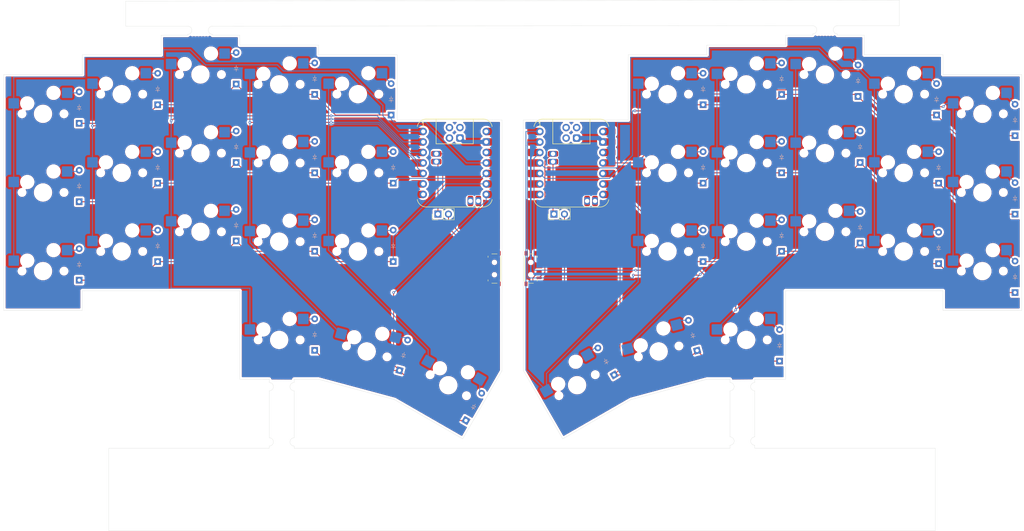
<source format=kicad_pcb>
(kicad_pcb (version 20241229) (generator "pcbnew") (generator_version "9.0")
  (title_block (title "YukiBoard") (date "08/01/2025") (rev "V0.1") (company "Manni"))
  (layers (0 "F.Cu" signal) (2 "B.Cu" signal) (13 "F.Paste" user) (15 "B.Paste" user) (5 "F.SilkS" user "F.Silkscreen") (7 "B.SilkS" user "B.Silkscreen") (1 "F.Mask" user) (3 "B.Mask" user) (25 "Edge.Cuts" user))
  (net 0 "")
  (net 1 "Net-(D1-A)")
  (net 2 "/R0")
  (net 3 "Net-(D2-A)")
  (net 4 "Net-(D3-A)")
  (net 5 "Net-(D4-A)")
  (net 6 "Net-(D5-A)")
  (net 7 "/R1")
  (net 8 "Net-(D6-A)")
  (net 9 "Net-(D7-A)")
  (net 10 "Net-(D8-A)")
  (net 11 "Net-(D9-A)")
  (net 12 "Net-(D10-A)")
  (net 13 "/R2")
  (net 14 "Net-(D11-A)")
  (net 15 "Net-(D12-A)")
  (net 16 "Net-(D13-A)")
  (net 17 "Net-(D14-A)")
  (net 18 "Net-(D15-A)")
  (net 19 "/R3")
  (net 20 "Net-(D16-A)")
  (net 21 "Net-(D17-A)")
  (net 22 "Net-(D18-A)")
  (net 23 "Net-(D20-A)")
  (net 24 "/R0L")
  (net 25 "Net-(D21-A)")
  (net 26 "Net-(D22-A)")
  (net 27 "Net-(D23-A)")
  (net 28 "Net-(D24-A)")
  (net 29 "/R1L")
  (net 30 "Net-(D25-A)")
  (net 31 "Net-(D26-A)")
  (net 32 "Net-(D27-A)")
  (net 33 "Net-(D28-A)")
  (net 34 "Net-(D29-A)")
  (net 35 "/R2L")
  (net 36 "Net-(D30-A)")
  (net 37 "Net-(D31-A)")
  (net 38 "Net-(D32-A)")
  (net 39 "Net-(D33-A)")
  (net 40 "Net-(D34-A)")
  (net 41 "/R3L")
  (net 42 "Net-(D35-A)")
  (net 43 "Net-(D36-A)")
  (net 44 "Net-(D37-A)")
  (net 45 "Net-(J1-Pin_2)")
  (net 46 "/BAT-")
  (net 47 "Net-(J2-Pin_2)")
  (net 48 "/BAT-L")
  (net 49 "/C0")
  (net 50 "/C1")
  (net 51 "/C2")
  (net 52 "/C3")
  (net 53 "/C4")
  (net 54 "/C0L")
  (net 55 "/C1L")
  (net 56 "/C2L")
  (net 57 "/C3L")
  (net 58 "/C4L")
  (net 60 "/BAT+")
  (net 61 "/BAT+L")
  (net 63 "VBUS")
  (net 65 "+3V3")
  (net 69 "GND")
  (net 80 "VBUSL")
  (net 82 "+3V3L")
  (net 83 "GNDL")
  (footprint "PCM_marbastlib-various:mousebites_2mm" (layer "F.Cu") (at 201.771298 138.721464 90)
    (property "Reference" "REF**" (hide yes))
    (property "Value" "mousebites 2mm" (hide yes))
    (fp_arc (start 0 -3) (mid -1 -2) (end -2 -3) (stroke (width 0.05)) (layer "Edge.Cuts"))
    (fp_arc (start -2 3) (mid -1 2) (end 0 3) (stroke (width 0.05)) (layer "Edge.Cuts"))
  )
  (footprint "PCM_marbastlib-xp-promicroish:Xiao_nRF52840_ACH" (layer "F.Cu") (at 160.381298 72.346464)
    (property "Reference" "U2" (hide yes))
    (property "Value" "Seeeduino Xiao nRF52840" (hide yes))
  )
  (footprint "PCM_marbastlib-various:mousebites_2mm" (layer "F.Cu") (at 201.771298 125.531464 90)
    (property "Reference" "REF**" (hide yes))
    (property "Value" "mousebites 2mm" (hide yes))
    (fp_arc (start 0 -3) (mid -1 -2) (end -2 -3) (stroke (width 0.05)) (layer "Edge.Cuts"))
    (fp_arc (start -2 3) (mid -1 2) (end 0 3) (stroke (width 0.05)) (layer "Edge.Cuts"))
  )
  (footprint "PCM_marbastlib-various:mousebites_2mm" (layer "F.Cu") (at 90.271298 140.926465 -90)
    (property "Reference" "REF**" (hide yes))
    (property "Value" "mousebites 2mm" (hide yes))
    (fp_arc (start -2 3) (mid -1 2) (end 0 3) (stroke (width 0.05)) (layer "Edge.Cuts"))
    (fp_arc (start 0 -3) (mid -1 -2) (end -2 -3) (stroke (width 0.05)) (layer "Edge.Cuts"))
  )
  (footprint "ScottoKeebs_Components:Switch_MSK12C02" (layer "F.Cu") (at 150.561298 97.926464 90)
    (property "Reference" "SW40" (hide yes))
    (property "Value" "SW_SPDT" (hide yes))
  )
  (footprint "PCM_marbastlib-various:mousebites_2mm" (layer "F.Cu") (at 70.521298 41.193964 -90)
    (property "Reference" "REF**" (hide yes))
    (property "Value" "mousebites 2mm" (hide yes))
    (fp_arc (start -2 3) (mid -1 2) (end 0 3) (stroke (width 0.05)) (layer "Edge.Cuts"))
    (fp_arc (start 0 -3) (mid -1 -2) (end -2 -3) (stroke (width 0.05)) (layer "Edge.Cuts"))
  )
  (footprint "PCM_marbastlib-various:mousebites_2mm" (layer "F.Cu") (at 221.771298 41.093964 -90)
    (property "Reference" "REF**" (hide yes))
    (property "Value" "mousebites 2mm" (hide yes))
    (fp_arc (start -2 3) (mid -1 2) (end 0 3) (stroke (width 0.05)) (layer "Edge.Cuts"))
    (fp_arc (start 0 -3) (mid -1 -2) (end -2 -3) (stroke (width 0.05)) (layer "Edge.Cuts"))
  )
  (footprint "Connector_PinHeader_2.54mm:PinHeader_1x02_P2.54mm_Vertical" (layer "F.Cu") (at 156.161298 84.726464 90)
    (property "Reference" "J2" (hide yes))
    (property "Value" "Conn_01x02" (hide yes))
  )
  (footprint "PCM_marbastlib-various:mousebites_2mm" (layer "F.Cu") (at 90.271298 125.531464 90)
    (property "Reference" "REF**" (hide yes))
    (property "Value" "mousebites 2mm" (hide yes))
    (fp_arc (start 0 -3) (mid -1 -2) (end -2 -3) (stroke (width 0.05)) (layer "Edge.Cuts"))
    (fp_arc (start -2 3) (mid -1 2) (end 0 3) (stroke (width 0.05)) (layer "Edge.Cuts"))
  )
  (footprint "ScottoKeebs_Components:Switch_MSK12C02" (layer "F.Cu") (at 141.761298 97.926464 -90)
    (property "Reference" "SW39" (hide yes))
    (property "Value" "SW_SPDT" (hide yes))
  )
  (footprint "PCM_marbastlib-xp-promicroish:Xiao_nRF52840_ACH" (layer "F.Cu") (at 132.141298 72.336464)
    (property "Reference" "U1" (hide yes))
    (property "Value" "Seeeduino Xiao nRF52840" (hide yes))
  )
  (footprint "Connector_PinHeader_2.54mm:PinHeader_1x02_P2.54mm_Vertical" (layer "F.Cu") (at 128.086298 84.726464 90)
    (property "Reference" "J1" (hide yes))
    (property "Value" "Conn_01x02" (hide yes))
  )
  (footprint "ScottoKeebs_Components:Diode_DO-35" (layer "B.Cu") (at 79.261298 72.236464 90)
    (property "Reference" "D8" (hide yes))
    (property "Value" "D" (hide yes))
  )
  (footprint "MX_Hotswap:MX-Hotswap-1U" (layer "B.Cu") (at 70.606297 89.018964 180)
    (property "Reference" "SW13")
    (property "Value" "SW_Push_45deg")
  )
  (footprint "ScottoKeebs_Components:Diode_DO-35" (layer "B.Cu") (at 98.261298 93.736464 90)
    (property "Reference" "D14" (hide yes))
    (property "Value" "D" (hide yes))
  )
  (footprint "ScottoKeebs_Components:Diode_DO-35" (layer "B.Cu") (at 211.261298 74.736464 90)
    (property "Reference" "D26" (hide yes))
    (property "Value" "D" (hide yes))
  )
  (footprint "ScottoKeebs_Components:Diode_DO-35" (layer "B.Cu") (at 79.261298 53.236464 90)
    (property "Reference" "D3" (hide yes))
    (property "Value" "D" (hide yes))
  )
  (footprint "MX_Hotswap:MX-Hotswap-1U" (layer "B.Cu") (at 202.696298 91.400214 180)
    (property "Reference" "SW31" (hide yes))
    (property "Value" "SW_Push_45deg" (hide yes))
  )
  (footprint "ScottoKeebs_Components:Diode_DO-35" (layer "B.Cu") (at 248.761298 60.736464 90)
    (property "Reference" "D23" (hide yes))
    (property "Value" "D" (hide yes))
  )
  (footprint "ScottoKeebs_Components:Diode_DO-35" (layer "B.Cu") (at 98.261298 117.736464 90)
    (property "Reference" "D16" (hide yes))
    (property "Value" "D" (hide yes))
  )
  (footprint "MX_Hotswap:MX-Hotswap-1U" (layer "B.Cu") (at 259.846298 79.493964 180)
    (property "Reference" "SW29" (hide yes))
    (property "Value" "SW_Push_45deg" (hide yes))
  )
  (footprint "MX_Hotswap:MX-Hotswap-1U" (layer "B.Cu") (at 221.746298 69.968964 180)
    (property "Reference" "SW27" (hide yes))
    (property "Value" "SW_Push_45deg" (hide yes))
  )
  (footprint "MX_Hotswap:MX-Hotswap-1U" (layer "B.Cu") (at 202.696298 115.212714 180)
    (property "Reference" "SW37" (hide yes))
    (property "Value" "SW_Push_45deg" (hide yes))
  )
  (footprint "MX_Hotswap:MX-Hotswap-1U" (layer "B.Cu") (at 108.706297 74.731464 180)
    (property "Reference" "SW10")
    (property "Value" "SW_Push_45deg")
  )
  (footprint "MX_Hotswap:MX-Hotswap-1U" (layer "B.Cu") (at 89.656297 53.300214 180)
    (property "Reference" "SW4")
    (property "Value" "SW_Push_45deg")
  )
  (footprint "ScottoKeebs_Components:Diode_DO-35" (layer "B.Cu") (at 192.261298 77.236464 90)
    (property "Reference" "D25" (hide yes))
    (property "Value" "D" (hide yes))
  )
  (footprint "ScottoKeebs_Components:Diode_DO-35" (layer "B.Cu") (at 211.261298 93.736464 90)
    (property "Reference" "D31" (hide yes))
    (property "Value" "D" (hide yes))
  )
  (footprint "ScottoKeebs_Components:Diode_DO-35" (layer "B.Cu") (at 41.261298 62.736464 90)
    (property "Reference" "D1" (hide yes))
    (property "Value" "D" (hide yes))
  )
  (footprint "MX_Hotswap:MX-Hotswap-1U" (layer "B.Cu") (at 70.606297 69.968964 180)
    (property "Reference" "SW8")
    (property "Value" "SW_Push_45deg")
  )
  (footprint "ScottoKeebs_Components:Diode_DO-35" (layer "B.Cu") (at 249.261298 77.236464 90)
    (property "Reference" "D28" (hide yes))
    (property "Value" "D" (hide yes))
  )
  (footprint "MX_Hotswap:MX-Hotswap-1U" (layer "B.Cu") (at 221.746298 89.018964 180)
    (property "Reference" "SW32" (hide yes))
    (property "Value" "SW_Push_45deg" (hide yes))
  )
  (footprint "MX_Hotswap:MX-Hotswap-1U" (layer "B.Cu") (at 108.706297 93.781464 180)
    (property "Reference" "SW15")
    (property "Value" "SW_Push_45deg")
  )
  (footprint "MX_Hotswap:MX-Hotswap-1U" (layer "B.Cu") (at 51.556297 74.731464 180)
    (property "Reference" "SW7")
    (property "Value" "SW_Push_45deg")
  )
  (footprint "ScottoKeebs_Components:Diode_DO-35" (layer "B.Cu") (at 230.261298 91.736464 90)
    (property "Reference" "D32" (hide yes))
    (property "Value" "D" (hide yes))
  )
  (footprint "MX_Hotswap:MX-Hotswap-1U" (layer "B.Cu") (at 202.696298 53.300214 180)
    (property "Reference" "SW21" (hide yes))
    (property "Value" "SW_Push_45deg")
  )
  (footprint "ScottoKeebs_Components:Diode_DO-35" (layer "B.Cu") (at 98.261298 55.736464 90)
    (property "Reference" "D4" (hide yes))
    (property "Value" "D" (hide yes))
  )
  (footprint "MX_Hotswap:MX-Hotswap-1U" (layer "B.Cu") (at 240.796298 74.731464 180)
    (property "Reference" "SW28" (hide yes))
    (property "Value" "SW_Push_45deg" (hide yes))
  )
  (footprint "ScottoKeebs_Components:Diode_DO-35" (layer "B.Cu") (at 118.775198 122.606643 75)
    (property "Reference" "D17" (hide yes))
    (property "Value" "D" (hide yes))
  )
  (footprint "MX_Hotswap:MX-Hotswap-1U" (layer "B.Cu") (at 183.646298 74.731464 180)
    (property "Reference" "SW25" (hide yes))
    (property "Value" "SW_Push_45deg" (hide yes))
  )
  (footprint "ScottoKeebs_Components:Diode_DO-35" (layer "B.Cu") (at 79.261298 91.236464 90)
    (property "Reference" "D13" (hide yes))
    (property "Value" "D" (hide yes))
  )
  (footprint "MX_Hotswap:MX-Hotswap-1U" (layer "B.Cu") (at 202.696298 72.350214 180)
    (property "Reference" "SW26" (hide yes))
    (property "Value" "SW_Push_45deg" (hide yes))
  )
  (footprint "MX_Hotswap:MX-Hotswap-1U" (layer "B.Cu") (at 259.846298 98.543964 180)
    (property "Reference" "SW34" (hide yes))
    (property "Value" "SW_Push_45deg" (hide yes))
  )
  (footprint "ScottoKeebs_Components:Diode_DO-35" (layer "B.Cu") (at 170.723594 123.692274 121)
    (property "Reference" "D35" (hide yes))
    (property "Value" "D" (hide yes))
  )
  (footprint "ScottoKeebs_Components:Diode_DO-35" (layer "B.Cu") (at 117.261298 77.236464 90)
    (property "Reference" "D10" (hide yes))
    (property "Value" "D" (hide yes))
  )
  (footprint "ScottoKeebs_Components:Diode_DO-35" (layer "B.Cu") (at 229.761298 56.236464 90)
    (property "Reference" "D22" (hide yes))
    (property "Value" "D" (hide yes))
  )
  (footprint "ScottoKeebs_Components:Diode_DO-35" (layer "B.Cu") (at 60.261298 58.236464 90)
    (property "Reference" "D2" (hide yes))
    (property "Value" "D" (hide yes))
  )
  (footprint "ScottoKeebs_Components:Diode_DO-35" (layer "B.Cu") (at 190.811476 117.788873 106)
    (property "Reference" "D36" (hide yes))
    (property "Value" "D" (hide yes))
  )
  (footprint "MX_Hotswap:MX-Hotswap-1U" (layer "B.Cu") (at 51.556297 55.681464 180)
    (property "Reference" "SW2")
    (property "Value" "SW_Push_45deg")
  )
  (footprint "MX_Hotswap:MX-Hotswap-1U" (layer "B.Cu") (at 32.506297 98.543964 180)
    (property "Reference" "SW11")
    (property "Value" "SW_Push_45deg")
  )
  (footprint "MX_Hotswap:MX-Hotswap-1U" (layer "B.Cu") (at 110.846993 118.002522 165)
    (property "Reference" "SW17")
    (property "Value" "SW_Push_45deg")
  )
  (footprint "MX_Hotswap:MX-Hotswap-1U" (layer "B.Cu") (at 221.746298 50.918964 180)
    (property "Reference" "SW22" (hide yes))
    (property "Value" "SW_Push_45deg")
  )
  (footprint "ScottoKeebs_Components:Diode_DO-35" (layer "B.Cu") (at 60.261298 96.236464 90)
    (property "Reference" "D12" (hide yes))
    (property "Value" "D" (hide yes))
  )
  (footprint "ScottoKeebs_Components:Diode_DO-35" (layer "B.Cu") (at 60.261298 77.236464 90)
    (property "Reference" "D7" (hide yes))
    (property "Value" "D" (hide yes))
  )
  (footprint "ScottoKeebs_Components:Diode_DO-35" (layer "B.Cu") (at 211.261298 55.736464 90)
    (property "Reference" "D21" (hide yes))
    (property "Value" "D" (hide yes))
  )
  (footprint "ScottoKeebs_Components:Diode_DO-35" (layer "B.Cu") (at 267.761298 65.736464 90)
    (property "Reference" "D24" (hide yes))
    (property "Value" "D" (hide yes))
  )
  (footprint "MX_Hotswap:MX-Hotswap-1U" (layer "B.Cu") (at 130.590502 126.191654 150)
    (property "Reference" "SW18")
    (property "Value" "SW_Push_45deg")
  )
  (footprint "ScottoKeebs_Components:Diode_DO-35" (layer "B.Cu") (at 134.856298 134.726019 60)
    (property "Reference" "D18" (hide yes))
    (property "Value" "D" (hide yes))
  )
  (footprint "ScottoKeebs_Components:Diode_DO-35" (layer "B.Cu") (at 41.261298 100.736464 90)
    (property "Reference" "D11" (hide yes))
    (property "Value" "D" (hide yes))
  )
  (footprint "MX_Hotswap:MX-Hotswap-1U" (layer "B.Cu") (at 161.761903 126.17773 -150)
    (property "Reference" "SW35")
    (property "Value" "SW_Push_45deg")
  )
  (footprint "ScottoKeebs_Components:Diode_DO-35" (layer "B.Cu") (at 249.261298 96.736464 90)
    (property "Reference" "D33" (hide yes))
    (property "Value" "D" (hide yes))
  )
  (footprint "MX_Hotswap:MX-Hotswap-1U" (layer "B.Cu") (at 240.796298 55.681464 180)
    (property "Reference" "SW23" (hide yes))
    (property "Value" "SW_Push_45deg")
  )
  (footprint "MX_Hotswap:MX-Hotswap-1U" (layer "B.Cu") (at 181.505602 118.002522 -165)
    (property "Reference" "SW36" (hide yes))
    (property "Value" "SW_Push_45deg" (hide yes))
  )
  (footprint "MX_Hotswap:MX-Hotswap-1U" (layer "B.Cu") (at 259.846298 60.443964 180)
    (property "Reference" "SW24" (hide yes))
    (property "Value" "SW_Push_45deg")
  )
  (footprint "MX_Hotswap:MX-Hotswap-1U" (layer "B.Cu") (at 89.656297 72.350214 180)
    (property "Reference" "SW9")
    (property "Value" "SW_Push_45deg")
  )
  (footprint "MX_Hotswap:MX-Hotswap-1U" (layer "B.Cu") (at 32.506297 79.493964 180)
    (property "Reference" "SW6")
    (property "Value" "SW_Push_45deg")
  )
  (footprint "MX_Hotswap:MX-Hotswap-1U" (layer "B.Cu") (at 240.796298 93.781464 180)
    (property "Reference" "SW33" (hide yes))
    (property "Value" "SW_Push_45deg" (hide yes))
  )
  (footprint "ScottoKeebs_Components:Diode_DO-35" (layer "B.Cu") (at 230.261298 72.236464 90)
    (property "Reference" "D27" (hide yes))
    (property "Value" "D" (hide yes))
  )
  (footprint "MX_Hotswap:MX-Hotswap-1U" (layer "B.Cu") (at 89.656297 115.212714 180)
    (property "Reference" "SW16")
    (property "Value" "SW_Push_45deg")
  )
  (footprint "ScottoKeebs_Components:Diode_DO-35" (layer "B.Cu") (at 267.761298 103.736464 90)
    (property "Reference" "D34" (hide yes))
    (property "Value" "D" (hide yes))
  )
  (footprint "ScottoKeebs_Components:Diode_DO-35" (layer "B.Cu") (at 116.761298 60.736464 90)
    (property "Reference" "D5" (hide yes))
    (property "Value" "D" (hide yes))
  )
  (footprint "MX_Hotswap:MX-Hotswap-1U" (layer "B.Cu") (at 108.706297 55.681464 180)
    (property "Reference" "SW5")
    (property "Value" "SW_Push_45deg")
  )
  (footprint "ScottoKeebs_Components:Diode_DO-35" (layer "B.Cu") (at 192.261298 58.236464 90)
    (property "Reference" "D20" (hide yes))
    (property "Value" "D" (hide yes))
  )
  (footprint "ScottoKeebs_Components:Diode_DO-35" (layer "B.Cu") (at 267.761298 84.736464 90)
    (property "Reference" "D29" (hide yes))
    (property "Value" "D" (hide yes))
  )
  (footprint "ScottoKeebs_Components:Diode_DO-35" (layer "B.Cu") (at 41.261298 81.736464 90)
    (property "Reference" "D6" (hide yes))
    (property "Value" "D" (hide yes))
  )
  (footprint "MX_Hotswap:MX-Hotswap-1U" (layer "B.Cu") (at 51.556297 93.781464 180)
    (property "Reference" "SW12")
    (property "Value" "SW_Push_45deg")
  )
  (footprint "MX_Hotswap:MX-Hotswap-1U" (layer "B.Cu") (at 89.656297 91.400214 180)
    (property "Reference" "SW14")
    (property "Value" "SW_Push_45deg")
  )
  (footprint "ScottoKeebs_Components:Diode_DO-35" (layer "B.Cu") (at 98.261298 74.736464 90)
    (property "Reference" "D9" (hide yes))
    (property "Value" "D" (hide yes))
  )
  (footprint "MX_Hotswap:MX-Hotswap-1U" (layer "B.Cu") (at 183.646298 93.781464 180)
    (property "Reference" "SW30" (hide yes))
    (property "Value" "SW_Push_45deg" (hide yes))
  )
  (footprint "MX_Hotswap:MX-Hotswap-1U" (layer "B.Cu") (at 70.606297 50.918964 180)
    (property "Reference" "SW3")
    (property "Value" "SW_Push_45deg")
  )
  (footprint "MX_Hotswap:MX-Hotswap-1U" (layer "B.Cu") (at 183.646298 55.681464 180)
    (property "Reference" "SW20")
    (property "Value" "SW_Push_45deg")
  )
  (footprint "MX_Hotswap:MX-Hotswap-1U" (layer "B.Cu") (at 32.506297 60.443964 180)
    (property "Reference" "SW1")
    (property "Value" "SW_Push_45deg")
  )
  (footprint "ScottoKeebs_Components:Diode_DO-35" (layer "B.Cu") (at 117.261298 96.236464 90)
    (property "Reference" "D15" (hide yes))
    (property "Value" "D" (hide yes))
  )
  (footprint "ScottoKeebs_Components:Diode_DO-35" (layer "B.Cu") (at 210.761299 120.336464 90)
    (property "Reference" "D37" (hide yes))
    (property "Value" "D" (hide yes))
  )
  (footprint "ScottoKeebs_Components:Diode_DO-35" (layer "B.Cu") (at 192.261298 96.236464 90)
    (property "Reference" "D30" (hide yes))
    (property "Value" "D" (hide yes))
  )
  (gr_line (start 248.431298 161.433964) (end 48.431298 161.433964) (stroke (width 0.05)) (layer "Edge.Cuts"))
  (gr_line (start 212.221298 41.393964) (end 212.221298 43.775214) (stroke (width 0.05)) (layer "Edge.Cuts"))
  (gr_line (start 87.271298 138.926466) (end 87.271298 127.531464) (stroke (width 0.05)) (layer "Edge.Cuts"))
  (gr_line (start 193.171298 43.775214) (end 193.171298 46.156464) (stroke (width 0.05)) (layer "Edge.Cuts"))
  (gr_line (start 137.969106 61.920214) (end 118.231297 61.920214) (stroke (width 0.05)) (layer "Edge.Cuts"))
  (gr_line (start 198.771298 124.743964) (end 193.171298 124.737714) (stroke (width 0.05)) (layer "Edge.Cuts"))
  (gr_line (start 93.2713 127.531464) (end 93.271298 138.926465) (stroke (width 0.05)) (layer "Edge.Cuts"))
  (gr_line (start 48.431298 141.433964) (end 86.931298 141.433964) (stroke (width 0.05)) (layer "Edge.Cuts"))
  (gr_line (start 212.221298 43.775214) (end 193.171298 43.775214) (stroke (width 0.05)) (layer "Edge.Cuts"))
  (gr_line (start 239.771298 32.893964) (end 52.521298 33.143964) (stroke (width 0.05)) (layer "Edge.Cuts"))
  (gr_line (start 80.131297 41.393964) (end 80.131297 43.775214) (stroke (width 0.05)) (layer "Edge.Cuts"))
  (gr_line (start 218.771298 41.393964) (end 218.771298 41.093964) (stroke (width 0.05)) (layer "Edge.Cuts"))
  (gr_line (start 204.7713 127.531464) (end 204.771298 138.721537) (stroke (width 0.05)) (layer "Edge.Cuts"))
  (gr_line (start 118.231297 46.156464) (end 118.231297 61.920214) (stroke (width 0.05)) (layer "Edge.Cuts"))
  (gr_line (start 87.271298 141.433964) (end 86.931298 141.433964) (stroke (width 0.05)) (layer "Edge.Cuts"))
  (gr_line (start 67.5213 39.193964) (end 52.521298 39.193964) (stroke (width 0.05)) (layer "Edge.Cuts"))
  (gr_line (start 42.031297 50.918964) (end 42.031297 46.156464) (stroke (width 0.05)) (layer "Edge.Cuts"))
  (gr_line (start 151.121298 61.920214) (end 148.761297 61.920214) (stroke (width 0.05)) (layer "Edge.Cuts"))
  (gr_line (start 239.771298 39.093964) (end 239.771298 32.893964) (stroke (width 0.05)) (layer "Edge.Cuts"))
  (gr_line (start 224.771298 41.393964) (end 231.271298 41.393964) (stroke (width 0.05)) (layer "Edge.Cuts"))
  (gr_line (start 224.771298 41.393964) (end 224.771298 41.093963) (stroke (width 0.05)) (layer "Edge.Cuts"))
  (gr_line (start 198.771298 138.721464) (end 198.771298 127.531535) (stroke (width 0.05)) (layer "Edge.Cuts"))
  (gr_line (start 99.181297 43.775214) (end 99.181297 46.156464) (stroke (width 0.05)) (layer "Edge.Cuts"))
  (gr_line (start 134.079107 139.178045) (end 117.579107 129.678045) (stroke (width 0.05)) (layer "Edge.Cuts"))
  (gr_line (start 158.273488 139.178045) (end 174.773488 129.678045) (stroke (width 0.05)) (layer "Edge.Cuts"))
  (gr_line (start 193.171298 46.156464) (end 174.121298 46.156464) (stroke (width 0.05)) (layer "Edge.Cuts"))
  (gr_line (start 137.969106 61.920214) (end 141.231297 61.920214) (stroke (width 0.05)) (layer "Edge.Cuts"))
  (gr_line (start 73.521298 41.393964) (end 80.131297 41.393964) (stroke (width 0.05)) (layer "Edge.Cuts"))
  (gr_line (start 174.121298 46.156464) (end 174.121298 61.920214) (stroke (width 0.05)) (layer "Edge.Cuts"))
  (gr_line (start 143.579107 122.678045) (end 143.591297 61.926464) (stroke (width 0.05)) (layer "Edge.Cuts"))
  (gr_line (start 73.5213 41.193964) (end 73.521298 41.393964) (stroke (width 0.05)) (layer "Edge.Cuts"))
  (gr_line (start 99.181297 46.156464) (end 118.231297 46.156464) (stroke (width 0.05)) (layer "Edge.Cuts"))
  (gr_line (start 269.371298 50.918964) (end 250.321298 50.918964) (stroke (width 0.05)) (layer "Edge.Cuts"))
  (gr_line (start 117.579107 129.678045) (end 99.181297 124.737714) (stroke (width 0.05)) (layer "Edge.Cuts"))
  (gr_line (start 174.773488 129.678045) (end 193.171298 124.737714) (stroke (width 0.05)) (layer "Edge.Cuts"))
  (gr_line (start 73.521298 39.194037) (end 218.771298 39.093965) (stroke (width 0.05)) (layer "Edge.Cuts"))
  (gr_line (start 204.771298 124.743964) (end 212.221298 124.737714) (stroke (width 0.05)) (layer "Edge.Cuts"))
  (gr_line (start 154.383489 61.920214) (end 151.121298 61.920214) (stroke (width 0.05)) (layer "Edge.Cuts"))
  (gr_line (start 231.271298 103.306464) (end 212.221298 103.306464) (stroke (width 0.05)) (layer "Edge.Cuts"))
  (gr_line (start 198.771298 140.721535) (end 198.771298 141.433964) (stroke (width 0.05)) (layer "Edge.Cuts"))
  (gr_line (start 93.271298 125.531464) (end 93.271298 124.743964) (stroke (width 0.05)) (layer "Edge.Cuts"))
  (gr_line (start 61.081297 103.306464) (end 80.131297 103.306464) (stroke (width 0.05)) (layer "Edge.Cuts"))
  (gr_line (start 212.221298 124.737714) (end 212.221298 103.306464) (stroke (width 0.05)) (layer "Edge.Cuts"))
  (gr_line (start 198.771298 141.433964) (end 93.271298 141.433964) (stroke (width 0.05)) (layer "Edge.Cuts"))
  (gr_line (start 93.271298 124.743964) (end 99.181297 124.737714) (stroke (width 0.05)) (layer "Edge.Cuts"))
  (gr_line (start 141.231297 61.920214) (end 143.591298 61.920214) (stroke (width 0.05)) (layer "Edge.Cuts"))
  (gr_line (start 148.773488 122.678045) (end 158.273488 139.178045) (stroke (width 0.05)) (layer "Edge.Cuts"))
  (gr_line (start 248.431298 141.433964) (end 204.771298 141.433964) (stroke (width 0.05)) (layer "Edge.Cuts"))
  (gr_line (start 250.321298 103.306464) (end 250.321298 108.068964) (stroke (width 0.05)) (layer "Edge.Cuts"))
  (gr_line (start 87.271298 124.743964) (end 80.131297 124.737714) (stroke (width 0.05)) (layer "Edge.Cuts"))
  (gr_line (start 80.131297 124.737714) (end 80.131297 103.306464) (stroke (width 0.05)) (layer "Edge.Cuts"))
  (gr_line (start 204.771298 125.531464) (end 204.771298 124.743964) (stroke (width 0.05)) (layer "Edge.Cuts"))
  (gr_line (start 248.431298 161.433964) (end 248.431298 141.433964) (stroke (width 0.05)) (layer "Edge.Cuts"))
  (gr_line (start 61.081297 41.393964) (end 67.521298 41.393964) (stroke (width 0.05)) (layer "Edge.Cuts"))
  (gr_line (start 218.771298 41.393964) (end 212.221298 41.393964) (stroke (width 0.05)) (layer "Edge.Cuts"))
  (gr_line (start 80.131297 43.775214) (end 99.181297 43.775214) (stroke (width 0.05)) (layer "Edge.Cuts"))
  (gr_line (start 231.271298 46.156464) (end 231.271298 41.393964) (stroke (width 0.05)) (layer "Edge.Cuts"))
  (gr_line (start 250.321298 50.918964) (end 250.321298 46.156464) (stroke (width 0.05)) (layer "Edge.Cuts"))
  (gr_line (start 42.031297 103.306464) (end 42.031297 108.068964) (stroke (width 0.05)) (layer "Edge.Cuts"))
  (gr_line (start 154.383489 61.920214) (end 174.121298 61.920214) (stroke (width 0.05)) (layer "Edge.Cuts"))
  (gr_line (start 148.773488 122.678045) (end 148.761298 61.926464) (stroke (width 0.05)) (layer "Edge.Cuts"))
  (gr_line (start 204.771298 140.721463) (end 204.771298 141.433964) (stroke (width 0.05)) (layer "Edge.Cuts"))
  (gr_line (start 87.2713 125.531464) (end 87.271298 124.743964) (stroke (width 0.05)) (layer "Edge.Cuts"))
  (gr_line (start 48.431298 161.433964) (end 48.431298 141.433964) (stroke (width 0.05)) (layer "Edge.Cuts"))
  (gr_line (start 250.321298 46.156464) (end 231.271298 46.156464) (stroke (width 0.05)) (layer "Edge.Cuts"))
  (gr_line (start 93.2713 140.926465) (end 93.271298 141.433964) (stroke (width 0.05)) (layer "Edge.Cuts"))
  (gr_line (start 42.031297 108.068964) (end 22.981297 108.068964) (stroke (width 0.05)) (layer "Edge.Cuts"))
  (gr_line (start 42.031297 46.156464) (end 61.081297 46.156464) (stroke (width 0.05)) (layer "Edge.Cuts"))
  (gr_line (start 52.521298 39.193964) (end 52.521298 33.143964) (stroke (width 0.05)) (layer "Edge.Cuts"))
  (gr_line (start 87.271298 140.926465) (end 87.271298 141.433964) (stroke (width 0.05)) (layer "Edge.Cuts"))
  (gr_line (start 61.081297 103.306464) (end 42.031297 103.306464) (stroke (width 0.05)) (layer "Edge.Cuts"))
  (gr_line (start 224.771298 39.094037) (end 239.771298 39.093964) (stroke (width 0.05)) (layer "Edge.Cuts"))
  (gr_line (start 61.081297 46.156464) (end 61.081297 41.393964) (stroke (width 0.05)) (layer "Edge.Cuts"))
  (gr_line (start 231.271298 103.306464) (end 250.321298 103.306464) (stroke (width 0.05)) (layer "Edge.Cuts"))
  (gr_line (start 22.981297 108.068964) (end 22.981297 50.918964) (stroke (width 0.05)) (layer "Edge.Cuts"))
  (gr_line (start 250.321298 108.068964) (end 269.371298 108.068964) (stroke (width 0.05)) (layer "Edge.Cuts"))
  (gr_line (start 269.371298 108.068964) (end 269.371298 50.918964) (stroke (width 0.05)) (layer "Edge.Cuts"))
  (gr_line (start 67.521298 41.193964) (end 67.521298 41.393964) (stroke (width 0.05)) (layer "Edge.Cuts"))
  (gr_line (start 143.579107 122.678045) (end 134.079107 139.178045) (stroke (width 0.05)) (layer "Edge.Cuts"))
  (gr_line (start 198.771298 125.531464) (end 198.771298 124.743964) (stroke (width 0.05)) (layer "Edge.Cuts"))
  (gr_line (start 22.981297 50.918964) (end 42.031297 50.918964) (stroke (width 0.05)) (layer "Edge.Cuts"))
  (segment (start 41.013798 55.363964) (end 41.261298 55.116464) (width 0.2) (layer "B.Cu") (net 1))
  (segment (start 38.348297 55.363964) (end 41.013798 55.363964) (width 0.2) (layer "B.Cu") (net 1))
  (segment (start 74.261298 58.236464) (end 79.261298 53.236464) (width 0.2) (layer "F.Cu") (net 2))
  (segment (start 81.761298 55.736464) (end 98.261298 55.736464) (width 0.2) (layer "F.Cu") (net 2))
  (segment (start 60.261298 58.236464) (end 74.261298 58.236464) (width 0.2) (layer "F.Cu") (net 2))
  (segment (start 103.261298 60.736464) (end 116.761298 60.736464) (width 0.2) (layer "F.Cu") (net 2))
  (segment (start 79.261298 53.236464) (end 81.761298 55.736464) (width 0.2) (layer "F.Cu") (net 2))
  (segment (start 41.261298 62.736464) (end 55.761298 62.736464) (width 0.2) (layer "F.Cu") (net 2))
  (segment (start 55.761298 62.736464) (end 60.261298 58.236464) (width 0.2) (layer "F.Cu") (net 2))
  (segment (start 98.261298 55.736464) (end 103.261298 60.736464) (width 0.2) (layer "F.Cu") (net 2))
  (segment (start 134.971298 72.336464) (end 125.156048 62.521214) (width 0.2) (layer "B.Cu") (net 2))
  (segment (start 139.761298 72.336464) (end 134.971298 72.336464) (width 0.2) (layer "B.Cu") (net 2))
  (segment (start 116.761298 61.736464) (end 116.761298 60.736464) (width 0.2) (layer "B.Cu") (net 2))
  (segment (start 117.546048 62.521214) (end 116.761298 61.736464) (width 0.2) (layer "B.Cu") (net 2))
  (segment (start 125.156048 62.521214) (end 117.546048 62.521214) (width 0.2) (layer "B.Cu") (net 2))
  (segment (start 60.246298 50.601464) (end 60.261298 50.616464) (width 0.2) (layer "B.Cu") (net 3))
  (segment (start 57.398297 50.601464) (end 60.246298 50.601464) (width 0.2) (layer "B.Cu") (net 3))
  (segment (start 76.448297 45.838964) (end 79.038798 45.838964) (width 0.2) (layer "B.Cu") (net 4))
  (segment (start 79.038798 45.838964) (end 79.261298 45.616464) (width 0.2) (layer "B.Cu") (net 4))
  (segment (start 95.498297 48.220214) (end 98.157548 48.220214) (width 0.2) (layer "B.Cu") (net 5))
  (segment (start 98.157548 48.220214) (end 98.261298 48.116464) (width 0.2) (layer "B.Cu") (net 5))
  (segment (start 114.548297 50.903463) (end 116.761298 53.116464) (width 0.2) (layer "B.Cu") (net 6))
  (segment (start 114.548297 50.601464) (end 114.548297 50.903463) (width 0.2) (layer "B.Cu") (net 6))
  (segment (start 79.261298 72.236464) (end 81.761298 74.736464) (width 0.2) (layer "F.Cu") (net 7))
  (segment (start 100.761298 77.236464) (end 117.261298 77.236464) (width 0.2) (layer "F.Cu") (net 7))
  (segment (start 98.261298 74.736464) (end 100.761298 77.236464) (width 0.2) (layer "F.Cu") (net 7))
  (segment (start 55.761298 81.736464) (end 60.261298 77.236464) (width 0.2) (layer "F.Cu") (net 7))
  (segment (start 60.261298 77.236464) (end 74.261298 77.236464) (width 0.2) (layer "F.Cu") (net 7))
  (segment (start 41.261298 81.736464) (end 55.761298 81.736464) (width 0.2) (layer "F.Cu") (net 7))
  (segment (start 74.261298 77.236464) (end 79.261298 72.236464) (width 0.2) (layer "F.Cu") (net 7))
  (segment (start 81.761298 74.736464) (end 98.261298 74.736464) (width 0.2) (layer "F.Cu") (net 7))
  (segment (start 139.761298 74.876464) (end 138.560298 76.077464) (width 0.2) (layer "B.Cu") (net 7))
  (segment (start 138.560298 76.077464) (end 118.420298 76.077464) (width 0.2) (layer "B.Cu") (net 7))
  (segment (start 118.420298 76.077464) (end 117.261298 77.236464) (width 0.2) (layer "B.Cu") (net 7))
  (segment (start 38.348297 74.413964) (end 40.963798 74.413964) (width 0.2) (layer "B.Cu") (net 8))
  (segment (start 40.963798 74.413964) (end 41.261298 74.116464) (width 0.2) (layer "B.Cu") (net 8))
  (segment (start 60.226298 69.651464) (end 60.261298 69.616464) (width 0.2) (layer "B.Cu") (net 9))
  (segment (start 57.398297 69.651464) (end 60.226298 69.651464) (width 0.2) (layer "B.Cu") (net 9))
  (segment (start 78.988798 64.888964) (end 79.261298 64.616464) (width 0.2) (layer "B.Cu") (net 10))
  (segment (start 76.448297 64.888964) (end 78.988798 64.888964) (width 0.2) (layer "B.Cu") (net 10))
  (segment (start 98.107548 67.270214) (end 98.261298 67.116464) (width 0.2) (layer "B.Cu") (net 11))
  (segment (start 95.498297 67.270214) (end 98.107548 67.270214) (width 0.2) (layer "B.Cu") (net 11))
  (segment (start 117.226298 69.651464) (end 117.261298 69.616464) (width 0.2) (layer "B.Cu") (net 12))
  (segment (start 114.548297 69.651464) (end 117.226298 69.651464) (width 0.2) (layer "B.Cu") (net 12))
  (segment (start 74.261298 96.236464) (end 79.261298 91.236464) (width 0.2) (layer "F.Cu") (net 13))
  (segment (start 98.261298 93.736464) (end 98.252648 93.745114) (width 0.2) (layer "F.Cu") (net 13))
  (segment (start 60.261298 96.236464) (end 74.261298 96.236464) (width 0.2) (layer "F.Cu") (net 13))
  (segment (start 98.252648 93.745114) (end 81.769948 93.745114) (width 0.2) (layer "F.Cu") (net 13))
  (segment (start 55.761298 100.736464) (end 60.261298 96.236464) (width 0.2) (layer "F.Cu") (net 13))
  (segment (start 100.761298 96.236464) (end 98.261298 93.736464) (width 0.2) (layer "F.Cu") (net 13))
  (segment (start 41.261298 100.736464) (end 55.761298 100.736464) (width 0.2) (layer "F.Cu") (net 13))
  (segment (start 81.769948 93.745114) (end 79.261298 91.236464) (width 0.2) (layer "F.Cu") (net 13))
  (segment (start 117.261298 96.236464) (end 100.761298 96.236464) (width 0.2) (layer "F.Cu") (net 13))
  (segment (start 130.018348 77.416464) (end 117.261298 90.173514) (width 0.2) (layer "B.Cu") (net 13))
  (segment (start 117.261298 90.173514) (end 117.261298 96.236464) (width 0.2) (layer "B.Cu") (net 13))
  (segment (start 139.761298 77.416464) (end 130.018348 77.416464) (width 0.2) (layer "B.Cu") (net 13))
  (segment (start 40.913798 93.463964) (end 41.261298 93.116464) (width 0.2) (layer "B.Cu") (net 14))
  (segment (start 38.348297 93.463964) (end 40.913798 93.463964) (width 0.2) (layer "B.Cu") (net 14))
  (segment (start 57.398297 88.701464) (end 60.176298 88.701464) (width 0.2) (layer "B.Cu") (net 15))
  (segment (start 60.176298 88.701464) (end 60.261298 88.616464) (width 0.2) (layer "B.Cu") (net 15))
  (segment (start 78.938798 83.938964) (end 79.261298 83.616464) (width 0.2) (layer "B.Cu") (net 16))
  (segment (start 76.448297 83.938964) (end 78.938798 83.938964) (width 0.2) (layer "B.Cu") (net 16))
  (segment (start 95.498297 86.320214) (end 98.057548 86.320214) (width 0.2) (layer "B.Cu") (net 17))
  (segment (start 98.057548 86.320214) (end 98.261298 86.116464) (width 0.2) (layer "B.Cu") (net 17))
  (segment (start 117.176298 88.701464) (end 117.261298 88.616464) (width 0.2) (layer "B.Cu") (net 18))
  (segment (start 114.548297 88.701464) (end 117.176298 88.701464) (width 0.2) (layer "B.Cu") (net 18))
  (segment (start 130.894574 134.726019) (end 134.856298 134.726019) (width 0.2) (layer "F.Cu") (net 19))
  (segment (start 103.131477 122.606643) (end 118.775198 122.606643) (width 0.2) (layer "F.Cu") (net 19))
  (segment (start 98.261298 117.736464) (end 103.131477 122.606643) (width 0.2) (layer "F.Cu") (net 19))
  (segment (start 117.361298 103.656464) (end 117.361298 103.726464) (width 0.2) (layer "F.Cu") (net 19))
  (segment (start 141.061298 79.956464) (end 141.329035 80.224201) (width 0.2) (layer "F.Cu") (net 19))
  (segment (start 117.361298 103.726464) (end 117.361298 121.192743) (width 0.2) (layer "F.Cu") (net 19))
  (segment (start 118.775198 122.606643) (end 130.894574 134.726019) (width 0.2) (layer "F.Cu") (net 19))
  (segment (start 117.361298 121.192743) (end 118.775198 122.606643) (width 0.2) (layer "F.Cu") (net 19))
  (via (at 117.361298 103.726464) (size 0.6) (drill 0.3) (layers "F.Cu" "B.Cu") (net 19))
  (segment (start 117.476772 103.726464) (end 117.361298 103.726464) (width 0.2) (layer "B.Cu") (net 19))
  (segment (start 139.761298 81.441938) (end 117.476772 103.726464) (width 0.2) (layer "B.Cu") (net 19))
  (segment (start 139.761298 79.956464) (end 139.761298 81.441938) (width 0.2) (layer "B.Cu") (net 19))
  (segment (start 95.498297 110.132714) (end 98.245048 110.132714) (width 0.2) (layer "B.Cu") (net 20))
  (segment (start 98.245048 110.132714) (end 98.261298 110.116464) (width 0.2) (layer "B.Cu") (net 20))
  (segment (start 117.804734 114.607639) (end 120.10875 114.607639) (width 0.2) (layer "B.Cu") (net 21))
  (segment (start 120.10875 114.607639) (end 120.747399 115.246288) (width 0.2) (layer "B.Cu") (net 21))
  (segment (start 138.189824 124.713245) (end 138.189824 127.650433) (width 0.2) (layer "B.Cu") (net 22))
  (segment (start 138.189824 127.650433) (end 138.666298 128.126907) (width 0.2) (layer "B.Cu") (net 22))
  (segment (start 189.488298 50.601464) (end 192.246298 50.601464) (width 0.2) (layer "B.Cu") (net 23))
  (segment (start 192.246298 50.601464) (end 192.261298 50.616464) (width 0.2) (layer "B.Cu") (net 23))
  (segment (start 192.261298 58.236464) (end 208.761298 58.236464) (width 0.2) (layer "F.Cu") (net 24))
  (segment (start 192.261298 58.236464) (end 190.251298 58.236464) (width 0.2) (layer "F.Cu") (net 24))
  (segment (start 229.261298 55.736464) (end 229.761298 56.236464) (width 0.2) (layer "F.Cu") (net 24))
  (segment (start 211.261298 55.736464) (end 229.261298 55.736464) (width 0.2) (layer "F.Cu") (net 24))
  (segment (start 208.761298 58.236464) (end 211.261298 55.736464) (width 0.2) (layer "F.Cu") (net 24))
  (segment (start 248.761298 60.736464) (end 253.761298 65.736464) (width 0.2) (layer "F.Cu") (net 24))
  (segment (start 229.761298 56.236464) (end 234.261298 60.736464) (width 0.2) (layer "F.Cu") (net 24))
  (segment (start 234.261298 60.736464) (end 248.761298 60.736464) (width 0.2) (layer "F.Cu") (net 24))
  (segment (start 253.761298 65.736464) (end 267.761298 65.736464) (width 0.2) (layer "F.Cu") (net 24))
  (segment (start 190.251298 58.236464) (end 176.141298 72.346464) (width 0.2) (layer "F.Cu") (net 24))
  (segment (start 176.141298 72.346464) (end 169.301298 72.346464) (width 0.2) (layer "F.Cu") (net 24))
  (segment (start 208.538298 48.220214) (end 211.157548 48.220214) (width 0.2) (layer "B.Cu") (net 25))
  (segment (start 211.157548 48.220214) (end 211.261298 48.116464) (width 0.2) (layer "B.Cu") (net 25))
  (segment (start 227.588298 46.443464) (end 229.761298 48.616464) (width 0.2) (layer "B.Cu") (net 26))
  (segment (start 227.588298 45.838964) (end 227.588298 46.443464) (width 0.2) (layer "B.Cu") (net 26))
  (segment (start 246.638298 50.601464) (end 246.638298 50.993464) (width 0.2) (layer "B.Cu") (net 27))
  (segment (start 246.638298 50.993464) (end 248.761298 53.116464) (width 0.2) (layer "B.Cu") (net 27))
  (segment (start 265.688298 56.043464) (end 267.761298 58.116464) (width 0.2) (layer "B.Cu") (net 28))
  (segment (start 265.688298 55.363964) (end 265.688298 56.043464) (width 0.2) (layer "B.Cu") (net 28))
  (segment (start 192.261298 77.236464) (end 171.930562 77.236464) (width 0.2) (layer "F.Cu") (net 29))
  (segment (start 256.761298 84.736464) (end 267.761298 84.736464) (width 0.2) (layer "F.Cu") (net 29))
  (segment (start 249.261298 77.236464) (end 256.761298 84.736464) (width 0.2) (layer "F.Cu") (net 29))
  (segment (start 230.261298 72.236464) (end 227.761298 74.736464) (width 0.2) (layer "F.Cu") (net 29))
  (segment (start 194.761298 74.736464) (end 192.261298 77.236464) (width 0.2) (layer "F.Cu") (net 29))
  (segment (start 169.580562 74.886464) (end 169.301298 74.886464) (width 0.2) (layer "F.Cu") (net 29))
  (segment (start 227.761298 74.736464) (end 211.261298 74.736464) (width 0.2) (layer "F.Cu") (net 29))
  (segment (start 171.930562 77.236464) (end 169.580562 74.886464) (width 0.2) (layer "F.Cu") (net 29))
  (segment (start 235.261298 77.236464) (end 249.261298 77.236464) (width 0.2) (layer "F.Cu") (net 29))
  (segment (start 230.261298 72.236464) (end 235.261298 77.236464) (width 0.2) (layer "F.Cu") (net 29))
  (segment (start 211.261298 74.736464) (end 194.761298 74.736464) (width 0.2) (layer "F.Cu") (net 29))
  (segment (start 192.226298 69.651464) (end 192.261298 69.616464) (width 0.2) (layer "B.Cu") (net 30))
  (segment (start 189.488298 69.651464) (end 192.226298 69.651464) (width 0.2) (layer "B.Cu") (net 30))
  (segment (start 211.107548 67.270214) (end 211.261298 67.116464) (width 0.2) (layer "B.Cu") (net 31))
  (segment (start 208.538298 67.270214) (end 211.107548 67.270214) (width 0.2) (layer "B.Cu") (net 31))
  (segment (start 227.588298 64.888964) (end 229.988798 64.888964) (width 0.2) (layer "B.Cu") (net 32))
  (segment (start 229.988798 64.888964) (end 230.261298 64.616464) (width 0.2) (layer "B.Cu") (net 32))
  (segment (start 249.226298 69.651464) (end 249.261298 69.616464) (width 0.2) (layer "B.Cu") (net 33))
  (segment (start 246.638298 69.651464) (end 249.226298 69.651464) (width 0.2) (layer "B.Cu") (net 33))
  (segment (start 265.688298 74.413964) (end 265.688298 75.043464) (width 0.2) (layer "B.Cu") (net 34))
  (segment (start 265.688298 75.043464) (end 267.761298 77.116464) (width 0.2) (layer "B.Cu") (net 34))
  (segment (start 208.761298 96.236464) (end 192.261298 96.236464) (width 0.2) (layer "F.Cu") (net 35))
  (segment (start 192.261298 96.236464) (end 189.471298 96.236464) (width 0.2) (layer "F.Cu") (net 35))
  (segment (start 189.471298 96.236464) (end 170.661298 77.426464) (width 0.2) (layer "F.Cu") (net 35))
  (segment (start 211.261298 93.736464) (end 228.261298 93.736464) (width 0.2) (layer "F.Cu") (net 35))
  (segment (start 228.261298 93.736464) (end 230.261298 91.736464) (width 0.2) (layer "F.Cu") (net 35))
  (segment (start 235.261298 96.736464) (end 249.261298 96.736464) (width 0.2) (layer "F.Cu") (net 35))
  (segment (start 170.661298 77.426464) (end 169.301298 77.426464) (width 0.2) (layer "F.Cu") (net 35))
  (segment (start 211.261298 93.736464) (end 208.761298 96.236464) (width 0.2) (layer "F.Cu") (net 35))
  (segment (start 249.261298 96.736464) (end 256.261298 103.736464) (width 0.2) (layer "F.Cu") (net 35))
  (segment (start 256.261298 103.736464) (end 267.761298 103.736464) (width 0.2) (layer "F.Cu") (net 35))
  (segment (start 230.261298 91.736464) (end 235.261298 96.736464) (width 0.2) (layer "F.Cu") (net 35))
  (segment (start 189.573298 88.616464) (end 189.488298 88.701464) (width 0.2) (layer "B.Cu") (net 36))
  (segment (start 192.261298 88.616464) (end 189.573298 88.616464) (width 0.2) (layer "B.Cu") (net 36))
  (segment (start 208.538298 86.320214) (end 211.057548 86.320214) (width 0.2) (layer "B.Cu") (net 37))
  (segment (start 211.057548 86.320214) (end 211.261298 86.116464) (width 0.2) (layer "B.Cu") (net 37))
  (segment (start 230.083798 83.938964) (end 230.261298 84.116464) (width 0.2) (layer "B.Cu") (net 38))
  (segment (start 227.588298 83.938964) (end 230.083798 83.938964) (width 0.2) (layer "B.Cu") (net 38))
  (segment (start 246.638298 88.701464) (end 248.846298 88.701464) (width 0.2) (layer "B.Cu") (net 39))
  (segment (start 248.846298 88.701464) (end 249.261298 89.116464) (width 0.2) (layer "B.Cu") (net 39))
  (segment (start 265.688298 94.043464) (end 267.761298 96.116464) (width 0.2) (layer "B.Cu") (net 40))
  (segment (start 265.688298 93.463964) (end 265.688298 94.043464) (width 0.2) (layer "B.Cu") (net 40))
  (segment (start 170.723594 123.692274) (end 172.161298 122.25457) (width 0.2) (layer "F.Cu") (net 41))
  (segment (start 193.359067 120.336464) (end 210.761299 120.336464) (width 0.2) (layer "F.Cu") (net 41))
  (segment (start 184.908075 123.692274) (end 190.811476 117.788873) (width 0.2) (layer "F.Cu") (net 41))
  (segment (start 170.723594 123.692274) (end 184.908075 123.692274) (width 0.2) (layer "F.Cu") (net 41))
  (segment (start 172.161298 122.25457) (end 172.161298 82.826464) (width 0.2) (layer "F.Cu") (net 41))
  (segment (start 172.161298 82.826464) (end 169.301298 79.966464) (width 0.2) (layer "F.Cu") (net 41))
  (segment (start 190.811476 117.788873) (end 193.359067 120.336464) (width 0.2) (layer "F.Cu") (net 41))
  (segment (start 164.281224 118.85732) (end 165.977883 117.160661) (width 0.2) (layer "B.Cu") (net 42))
  (segment (start 165.977883 117.160661) (end 166.799004 117.160661) (width 0.2) (layer "B.Cu") (net 42))
  (segment (start 185.83374 111.583598) (end 186.953279 110.464059) (width 0.2) (layer "B.Cu") (net 43))
  (segment (start 186.953279 110.464059) (end 188.711119 110.464059) (width 0.2) (layer "B.Cu") (net 43))
  (segment (start 208.538298 110.132714) (end 208.538298 110.493463) (width 0.2) (layer "B.Cu") (net 44))
  (segment (start 208.538298 110.493463) (end 210.761299 112.716464) (width 0.2) (layer "B.Cu") (net 44))
  (segment (start 130.626298 84.726464) (end 130.626298 88.041464) (width 0.2) (layer "F.Cu") (net 45))
  (segment (start 130.626298 88.041464) (end 139.761298 97.176464) (width 0.2) (layer "F.Cu") (net 45))
  (segment (start 128.086298 72.408966) (end 127.696296 72.018964) (width 0.2) (layer "F.Cu") (net 46))
  (segment (start 128.086298 84.726464) (end 128.086298 72.408966) (width 0.2) (layer "F.Cu") (net 46))
  (segment (start 151.060298 104.126464) (end 151.060298 100.177464) (width 0.2) (layer "F.Cu") (net 47))
  (segment (start 151.060298 100.177464) (end 152.561298 98.676464) (width 0.2) (layer "F.Cu") (net 47))
  (segment (start 158.701298 84.726464) (end 158.701298 104.126464) (width 0.2) (layer "F.Cu") (net 47))
  (segment (start 158.701298 104.126464) (end 151.060298 104.126464) (width 0.2) (layer "F.Cu") (net 47))
  (segment (start 155.936296 72.028964) (end 155.936296 84.501462) (width 0.2) (layer "F.Cu") (net 48))
  (segment (start 155.936296 84.501462) (end 156.161298 84.726464) (width 0.2) (layer "F.Cu") (net 48))
  (segment (start 114.761298 60.938464) (end 114.761298 58.420276) (width 0.2) (layer "B.Cu") (net 49))
  (segment (start 90.706048 50.071214) (end 89.208898 48.574064) (width 0.2) (layer "B.Cu") (net 49))
  (segment (start 61.682297 46.757464) (end 42.632297 46.757464) (width 0.2) (layer "B.Cu") (net 49))
  (segment (start 71.808898 48.574064) (end 68.161298 44.926464) (width 0.2) (layer "B.Cu") (net 49))
  (segment (start 106.412236 50.071214) (end 90.706048 50.071214) (width 0.2) (layer "B.Cu") (net 49))
  (segment (start 68.161298 44.926464) (end 61.682297 44.926464) (width 0.2) (layer "B.Cu") (net 49))
  (segment (start 25.421297 96.003964) (end 25.421297 57.903964) (width 0.2) (layer "B.Cu") (net 49))
  (segment (start 89.208898 48.574064) (end 71.808898 48.574064) (width 0.2) (layer "B.Cu") (net 49))
  (segment (start 114.761298 58.420276) (end 106.412236 50.071214) (width 0.2) (layer "B.Cu") (net 49))
  (segment (start 42.632297 46.757464) (end 42.632297 51.519964) (width 0.2) (layer "B.Cu") (net 49))
  (segment (start 61.682297 44.926464) (end 61.682297 46.757464) (width 0.2) (layer "B.Cu") (net 49))
  (segment (start 42.632297 51.519964) (end 25.421297 51.519964) (width 0.2) (layer "B.Cu") (net 49))
  (segment (start 25.421297 51.519964) (end 25.421297 57.903964) (width 0.2) (layer "B.Cu") (net 49))
  (segment (start 118.539298 64.716464) (end 114.761298 60.938464) (width 0.2) (layer "B.Cu") (net 49))
  (segment (start 124.521298 64.716464) (end 118.539298 64.716464) (width 0.2) (layer "B.Cu") (net 49))
  (segment (start 58.138398 60.926464) (end 55.728398 63.336464) (width 0.2) (layer "F.Cu") (net 50))
  (segment (start 55.728398 63.336464) (end 44.471297 63.336464) (width 0.2) (layer "F.Cu") (net 50))
  (segment (start 102.221297 60.926464) (end 58.138398 60.926464) (width 0.2) (layer "F.Cu") (net 50))
  (via (at 102.221297 60.926464) (size 0.6) (drill 0.3) (layers "F.Cu" "B.Cu") (net 50))
  (via (at 44.471297 63.336464) (size 0.6) (drill 0.3) (layers "F.Cu" "B.Cu") (net 50))
  (segment (start 124.521298 67.256464) (end 119.691298 67.256464) (width 0.2) (layer "B.Cu") (net 50))
  (segment (start 113.361298 60.926464) (end 102.221297 60.926464) (width 0.2) (layer "B.Cu") (net 50))
  (segment (start 119.691298 67.256464) (end 113.361298 60.926464) (width 0.2) (layer "B.Cu") (net 50))
  (segment (start 44.471297 91.241464) (end 44.471297 53.141464) (width 0.2) (layer "B.Cu") (net 50))
  (segment (start 63.921294 61.726467) (end 63.521297 62.126464) (width 0.2) (layer "F.Cu") (net 51))
  (segment (start 102.221297 61.726467) (end 63.921294 61.726467) (width 0.2) (layer "F.Cu") (net 51))
  (via (at 63.521297 62.126464) (size 0.6) (drill 0.3) (layers "F.Cu" "B.Cu") (net 51))
  (via (at 102.221297 61.726467) (size 0.6) (drill 0.3) (layers "F.Cu" "B.Cu") (net 51))
  (segment (start 63.521297 62.126464) (end 63.521297 48.378964) (width 0.2) (layer "B.Cu") (net 51))
  (segment (start 63.521297 86.478964) (end 63.521297 62.126464) (width 0.2) (layer "B.Cu") (net 51))
  (segment (start 113.594201 61.726467) (end 102.221297 61.726467) (width 0.2) (layer "B.Cu") (net 51))
  (segment (start 63.521297 86.478964) (end 63.521297 102.705464) (width 0.2) (layer "B.Cu") (net 51))
  (segment (start 121.664198 69.796464) (end 113.594201 61.726467) (width 0.2) (layer "B.Cu") (net 51))
  (segment (start 82.571297 102.705464) (end 82.571297 112.672714) (width 0.2) (layer "B.Cu") (net 51))
  (segment (start 124.521298 69.796464) (end 121.664198 69.796464) (width 0.2) (layer "B.Cu") (net 51))
  (segment (start 63.521297 102.705464) (end 82.571297 102.705464) (width 0.2) (layer "B.Cu") (net 51))
  (segment (start 102.221291 62.526464) (end 82.571297 62.526464) (width 0.2) (layer "F.Cu") (net 52))
  (segment (start 102.221297 62.52647) (end 102.221291 62.526464) (width 0.2) (layer "F.Cu") (net 52))
  (via (at 82.571297 62.526464) (size 0.6) (drill 0.3) (layers "F.Cu" "B.Cu") (net 52))
  (via (at 102.221297 62.52647) (size 0.6) (drill 0.3) (layers "F.Cu" "B.Cu") (net 52))
  (segment (start 82.571297 88.860214) (end 82.571297 91.625823) (width 0.2) (layer "B.Cu") (net 52))
  (segment (start 114.494198 63.193564) (end 113.827104 62.52647) (width 0.2) (layer "B.Cu") (net 52))
  (segment (start 113.827104 62.52647) (end 102.221297 62.52647) (width 0.2) (layer "B.Cu") (net 52))
  (segment (start 82.571297 88.860214) (end 82.571297 62.526464) (width 0.2) (layer "B.Cu") (net 52))
  (segment (start 82.571297 62.526464) (end 82.571297 50.760214) (width 0.2) (layer "B.Cu") (net 52))
  (segment (start 124.521298 72.336464) (end 123.637098 72.336464) (width 0.2) (layer "B.Cu") (net 52))
  (segment (start 82.571297 91.625823) (end 104.660811 113.715337) (width 0.2) (layer "B.Cu") (net 52))
  (segment (start 123.637098 72.336464) (end 114.494198 63.193564) (width 0.2) (layer "B.Cu") (net 52))
  (segment (start 101.621297 91.241464) (end 101.621297 62.926464) (width 0.2) (layer "B.Cu") (net 53))
  (segment (start 102.67024 62.92747) (end 102.47024 63.12747) (width 0.2) (layer "B.Cu") (net 53))
  (segment (start 101.621297 62.926464) (end 101.621297 53.141464) (width 0.2) (layer "B.Cu") (net 53))
  (segment (start 113.661004 62.92747) (end 102.67024 62.92747) (width 0.2) (layer "B.Cu") (net 53))
  (segment (start 125.724713 117.579623) (end 125.724713 120.44945) (width 0.2) (layer "B.Cu") (net 53))
  (segment (start 101.621297 91.241464) (end 101.621297 93.476207) (width 0.2) (layer "B.Cu") (net 53))
  (segment (start 123.161298 73.516464) (end 123.161298 72.427764) (width 0.2) (layer "B.Cu") (net 53))
  (segment (start 101.621297 93.476207) (end 125.724713 117.579623) (width 0.2) (layer "B.Cu") (net 53))
  (segment (start 101.771348 62.926464) (end 101.621297 62.926464) (width 0.2) (layer "B.Cu") (net 53))
  (segment (start 124.521298 74.876464) (end 123.161298 73.516464) (width 0.2) (layer "B.Cu") (net 53))
  (segment (start 102.47024 63.12747) (end 101.972354 63.12747) (width 0.2) (layer "B.Cu") (net 53))
  (segment (start 123.161298 72.427764) (end 113.661004 62.92747) (width 0.2) (layer "B.Cu") (net 53))
  (segment (start 101.972354 63.12747) (end 101.771348 62.926464) (width 0.2) (layer "B.Cu") (net 53))
  (segment (start 176.561298 91.241464) (end 176.561298 53.141464) (width 0.2) (layer "B.Cu") (net 54))
  (segment (start 149.369978 68.117784) (end 149.369978 100.368564) (width 0.2) (layer "B.Cu") (net 54))
  (segment (start 149.374456 68.113306) (end 149.369978 68.117784) (width 0.2) (layer "B.Cu") (net 54))
  (segment (start 149.369978 100.368564) (end 149.374456 100.373042) (width 0.2) (layer "B.Cu") (net 54))
  (segment (start 149.374456 100.373042) (end 149.374456 122.517336) (width 0.2) (layer "B.Cu") (net 54))
  (segment (start 149.403675 122.568085) (end 154.356114 127.520524) (width 0.2) (layer "B.Cu") (net 54))
  (segment (start 154.356114 123.331648) (end 176.561298 101.126464) (width 0.2) (layer "B.Cu") (net 54))
  (segment (start 176.561298 101.126464) (end 176.561298 91.241464) (width 0.2) (layer "B.Cu") (net 54))
  (segment (start 149.374456 122.517336) (end 149.403675 122.568085) (width 0.2) (layer "B.Cu") (net 54))
  (segment (start 154.356114 127.520524) (end 154.356114 123.331648) (width 0.2) (layer "B.Cu") (net 54))
  (segment (start 152.761298 64.726464) (end 149.374456 64.726464) (width 0.2) (layer "B.Cu") (net 54))
  (segment (start 149.374456 64.726464) (end 149.374456 68.113306) (width 0.2) (layer "B.Cu") (net 54))
  (segment (start 191.361298 99.526464) (end 191.561298 99.326464) (width 0.2) (layer "F.Cu") (net 55))
  (segment (start 175.361298 99.526464) (end 191.361298 99.526464) (width 0.2) (layer "F.Cu") (net 55))
  (via (at 191.561298 99.326464) (size 0.6) (drill 0.3) (layers "F.Cu" "B.Cu") (net 55))
  (via (at 175.361298 99.526464) (size 0.6) (drill 0.3) (layers "F.Cu" "B.Cu") (net 55))
  (segment (start 195.611298 88.860214) (end 195.611298 50.760214) (width 0.2) (layer "B.Cu") (net 55))
  (segment (start 174.004618 116.883144) (end 191.561298 99.326464) (width 0.2) (layer "B.Cu") (net 55))
  (segment (start 149.770978 100.202464) (end 175.361298 100.202464) (width 0.2) (layer "B.Cu") (net 55))
  (segment (start 195.611298 95.276464) (end 195.611298 88.860214) (width 0.2) (layer "B.Cu") (net 55))
  (segment (start 152.761298 67.266464) (end 149.775456 67.266464) (width 0.2) (layer "B.Cu") (net 55))
  (segment (start 191.561298 99.326464) (end 195.611298 95.276464) (width 0.2) (layer "B.Cu") (net 55))
  (segment (start 175.361298 100.202464) (end 175.361298 99.526464) (width 0.2) (layer "B.Cu") (net 55))
  (segment (start 149.775456 68.279406) (end 149.770978 68.283884) (width 0.2) (layer "B.Cu") (net 55))
  (segment (start 174.004618 117.382804) (end 174.004618 116.883144) (width 0.2) (layer "B.Cu") (net 55))
  (segment (start 149.775456 67.266464) (end 149.775456 68.279406) (width 0.2) (layer "B.Cu") (net 55))
  (segment (start 149.770978 68.283884) (end 149.770978 100.202464) (width 0.2) (layer "B.Cu") (net 55))
  (segment (start 200.161298 107.076521) (end 200.161298 107.926464) (width 0.2) (layer "F.Cu") (net 56))
  (segment (start 191.411241 98.326464) (end 200.161298 107.076521) (width 0.2) (layer "F.Cu") (net 56))
  (segment (start 175.961298 98.326464) (end 191.411241 98.326464) (width 0.2) (layer "F.Cu") (net 56))
  (via (at 175.961298 98.326464) (size 0.6) (drill 0.3) (layers "F.Cu" "B.Cu") (net 56))
  (via (at 200.161298 107.926464) (size 0.6) (drill 0.3) (layers "F.Cu" "B.Cu") (net 56))
  (segment (start 151.337298 71.230464) (end 151.337298 98.326464) (width 0.2) (layer "B.Cu") (net 56))
  (segment (start 195.611298 112.476464) (end 200.161298 107.926464) (width 0.2) (layer "B.Cu") (net 56))
  (segment (start 152.761298 69.806464) (end 151.337298 71.230464) (width 0.2) (layer "B.Cu") (net 56))
  (segment (start 151.337298 98.326464) (end 175.961298 98.326464) (width 0.2) (layer "B.Cu") (net 56))
  (segment (start 214.661298 86.478964) (end 214.661298 48.378964) (width 0.2) (layer "B.Cu") (net 56))
  (segment (start 200.161298 107.926464) (end 214.661298 93.426464) (width 0.2) (layer "B.Cu") (net 56))
  (segment (start 195.611298 112.672714) (end 195.611298 112.476464) (width 0.2) (layer "B.Cu") (net 56))
  (segment (start 214.661298 93.426464) (end 214.661298 86.478964) (width 0.2) (layer "B.Cu") (net 56))
  (segment (start 152.761298 72.346464) (end 153.962298 73.547464) (width 0.2) (layer "B.Cu") (net 57))
  (segment (start 174.722298 62.521214) (end 174.722298 46.757464) (width 0.2) (layer "B.Cu") (net 57))
  (segment (start 171.561298 62.521214) (end 174.722298 62.521214) (width 0.2) (layer "B.Cu") (net 57))
  (segment (start 220.356089 44.526464) (end 225.547089 49.717464) (width 0.2) (layer "B.Cu") (net 57))
  (segment (start 193.772298 44.526464) (end 220.356089 44.526464) (width 0.2) (layer "B.Cu") (net 57))
  (segment (start 174.722298 46.757464) (end 193.772298 46.757464) (width 0.2) (layer "B.Cu") (net 57))
  (segment (start 225.547089 49.717464) (end 230.287298 49.717464) (width 0.2) (layer "B.Cu") (net 57))
  (segment (start 233.711298 91.241464) (end 233.711298 53.141464) (width 0.2) (layer "B.Cu") (net 57))
  (segment (start 153.962298 73.547464) (end 171.561298 73.547464) (width 0.2) (layer "B.Cu") (net 57))
  (segment (start 171.561298 73.547464) (end 171.561298 62.521214) (width 0.2) (layer "B.Cu") (net 57))
  (segment (start 193.772298 46.757464) (end 193.772298 44.526464) (width 0.2) (layer "B.Cu") (net 57))
  (segment (start 230.287298 49.717464) (end 233.711298 53.141464) (width 0.2) (layer "B.Cu") (net 57))
  (segment (start 206.852298 54.635464) (end 230.870298 54.635464) (width 0.2) (layer "F.Cu") (net 58))
  (segment (start 234.961298 58.726464) (end 250.361298 58.726464) (width 0.2) (layer "F.Cu") (net 58))
  (segment (start 188.194198 59.726464) (end 192.275548 55.645114) (width 0.2) (layer "F.Cu") (net 58))
  (segment (start 230.870298 54.635464) (end 234.961298 58.726464) (width 0.2) (layer "F.Cu") (net 58))
  (segment (start 192.275548 55.645114) (end 205.842648 55.645114) (width 0.2) (layer "F.Cu") (net 58))
  (segment (start 205.842648 55.645114) (end 206.852298 54.635464) (width 0.2) (layer "F.Cu") (net 58))
  (segment (start 175.761298 59.726464) (end 188.194198 59.726464) (width 0.2) (layer "F.Cu") (net 58))
  (via (at 175.761298 59.726464) (size 0.6) (drill 0.3) (layers "F.Cu" "B.Cu") (net 58))
  (via (at 250.361298 58.726464) (size 0.6) (drill 0.3) (layers "F.Cu" "B.Cu") (net 58))
  (segment (start 175.161298 59.726464) (end 175.761298 59.726464) (width 0.2) (layer "B.Cu") (net 58))
  (segment (start 153.962298 76.087464) (end 169.588398 76.087464) (width 0.2) (layer "B.Cu") (net 58))
  (segment (start 251.183798 57.903964) (end 252.761298 57.903964) (width 0.2) (layer "B.Cu") (net 58))
  (segment (start 252.761298 96.003964) (end 252.761298 57.903964) (width 0.2) (layer "B.Cu") (net 58))
  (segment (start 175.161298 70.514564) (end 175.161298 59.726464) (width 0.2) (layer "B.Cu") (net 58))
  (segment (start 169.588398 76.087464) (end 175.161298 70.514564) (width 0.2) (layer "B.Cu") (net 58))
  (segment (start 250.361298 58.726464) (end 251.183798 57.903964) (width 0.2) (layer "B.Cu") (net 58))
  (segment (start 152.761298 74.886464) (end 153.962298 76.087464) (width 0.2) (layer "B.Cu") (net 58))
  (segment (start 132.361298 88.276464) (end 132.361298 83.640466) (width 0.2) (layer "F.Cu") (net 60))
  (segment (start 129.247296 80.526464) (end 129.247296 70.113964) (width 0.2) (layer "F.Cu") (net 60))
  (segment (start 129.247296 70.113964) (end 127.696297 70.113964) (width 0.2) (layer "F.Cu") (net 60))
  (segment (start 139.761298 95.676464) (end 132.361298 88.276464) (width 0.2) (layer "F.Cu") (net 60))
  (segment (start 132.361298 83.640466) (end 129.247296 80.526464) (width 0.2) (layer "F.Cu") (net 60))
  (segment (start 155.936297 70.123964) (end 155.688322 70.123964) (width 0.2) (layer "F.Cu") (net 61))
  (segment (start 153.962298 98.775464) (end 152.561298 100.176464) (width 0.2) (layer "F.Cu") (net 61))
  (segment (start 153.962298 71.849988) (end 153.962298 98.775464) (width 0.2) (layer "F.Cu") (net 61))
  (segment (start 155.688322 70.123964) (end 153.962298 71.849988) (width 0.2) (layer "F.Cu") (net 61))
  (segment (start 134.363798 67.256464) (end 133.411298 66.303964) (width 1) (layer "B.Cu") (net 69))
  (segment (start 139.761298 67.256464) (end 134.363798 67.256464) (width 1) (layer "B.Cu") (net 69))
  (segment (start 161.651298 66.313964) (end 167.048798 66.313964) (width 1) (layer "B.Cu") (net 83))
  (segment (start 167.048798 66.313964) (end 168.001298 67.266464) (width 1) (layer "B.Cu") (net 83))
  (zone (net 0) (net_name "") (layers "F.Cu" "B.Cu") (connect_pads (clearance 0.5)) (min_thickness 0.25) (fill yes (thermal_gap 0.5) (thermal_bridge_width 0.5) (island_removal_mode 1) (island_area_min 10))
    (polygon (pts (xy 148.545578 122.279361) (xy 148.545578 61.479361) (xy 173.945578 61.479361) (xy 173.945578 41.834014) (xy 262.350466 40.880176) (xy 269.945578 50.479361) (xy 269.343383 108.290037) (xy 212.101298 124.673964) (xy 193.091298 124.853964) (xy 157.912676 139.538294)))
  )
  (zone (net 0) (net_name "") (layers "F.Cu" "B.Cu") (connect_pads (clearance 0.5)) (min_thickness 0.25) (fill yes (thermal_gap 0.5) (thermal_bridge_width 0.5) (island_removal_mode 1) (island_area_min 10))
    (polygon (pts (xy 143.495086 122.188343) (xy 143.495086 61.388343) (xy 118.095086 61.388343) (xy 118.095086 45.788343) (xy 99.095086 43.388343) (xy 79.895086 40.788343) (xy 28.895086 40.988343) (xy 22.095086 50.388343) (xy 22.695086 107.988343) (xy 80.101298 124.743964) (xy 99.251298 124.843964) (xy 134.079107 139.178045)))
  )
)
</source>
